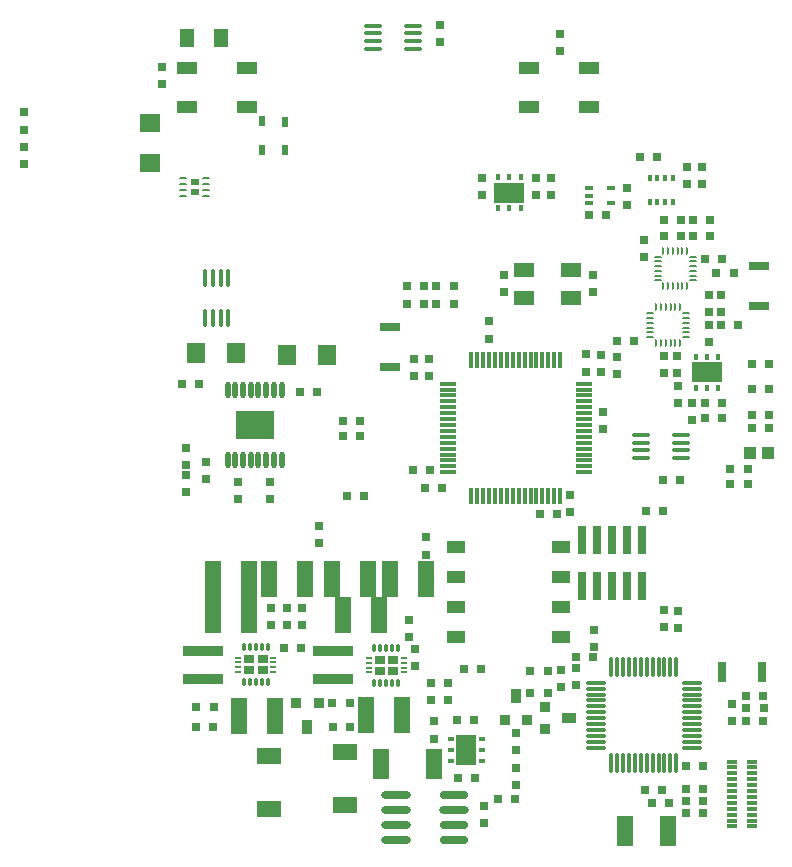
<source format=gtp>
G04*
G04 #@! TF.GenerationSoftware,Altium Limited,Altium Designer,21.0.8 (223)*
G04*
G04 Layer_Color=8421504*
%FSLAX25Y25*%
%MOIN*%
G70*
G04*
G04 #@! TF.SameCoordinates,C8F2EFAD-F301-47D2-81E3-A82B1A8C5C35*
G04*
G04*
G04 #@! TF.FilePolarity,Positive*
G04*
G01*
G75*
%ADD37R,0.03150X0.02362*%
%ADD38R,0.02370X0.00980*%
%ADD39R,0.02270X0.00980*%
%ADD40R,0.03543X0.02559*%
%ADD41R,0.03150X0.03150*%
%ADD42R,0.03150X0.02953*%
%ADD43R,0.02953X0.03150*%
%ADD44R,0.05709X0.10039*%
%ADD45R,0.07087X0.04724*%
G04:AMPARAMS|DCode=46|XSize=9.84mil|YSize=23.62mil|CornerRadius=4.92mil|HoleSize=0mil|Usage=FLASHONLY|Rotation=90.000|XOffset=0mil|YOffset=0mil|HoleType=Round|Shape=RoundedRectangle|*
%AMROUNDEDRECTD46*
21,1,0.00984,0.01378,0,0,90.0*
21,1,0.00000,0.02362,0,0,90.0*
1,1,0.00984,0.00689,0.00000*
1,1,0.00984,0.00689,0.00000*
1,1,0.00984,-0.00689,0.00000*
1,1,0.00984,-0.00689,0.00000*
%
%ADD46ROUNDEDRECTD46*%
%ADD47O,0.01181X0.06299*%
%ADD48R,0.01968X0.01772*%
G04:AMPARAMS|DCode=49|XSize=68.9mil|YSize=98.43mil|CornerRadius=3.45mil|HoleSize=0mil|Usage=FLASHONLY|Rotation=180.000|XOffset=0mil|YOffset=0mil|HoleType=Round|Shape=RoundedRectangle|*
%AMROUNDEDRECTD49*
21,1,0.06890,0.09153,0,0,180.0*
21,1,0.06201,0.09843,0,0,180.0*
1,1,0.00689,-0.03100,0.04577*
1,1,0.00689,0.03100,0.04577*
1,1,0.00689,0.03100,-0.04577*
1,1,0.00689,-0.03100,-0.04577*
%
%ADD49ROUNDEDRECTD49*%
%ADD50R,0.01772X0.01968*%
G04:AMPARAMS|DCode=51|XSize=68.9mil|YSize=98.43mil|CornerRadius=3.45mil|HoleSize=0mil|Usage=FLASHONLY|Rotation=90.000|XOffset=0mil|YOffset=0mil|HoleType=Round|Shape=RoundedRectangle|*
%AMROUNDEDRECTD51*
21,1,0.06890,0.09153,0,0,90.0*
21,1,0.06201,0.09843,0,0,90.0*
1,1,0.00689,0.04577,0.03100*
1,1,0.00689,0.04577,-0.03100*
1,1,0.00689,-0.04577,-0.03100*
1,1,0.00689,-0.04577,0.03100*
%
%ADD51ROUNDEDRECTD51*%
%ADD52O,0.01102X0.03150*%
%ADD53R,0.12953X0.09488*%
%ADD54O,0.01772X0.05512*%
%ADD55O,0.06299X0.01181*%
%ADD56R,0.02756X0.01575*%
%ADD57R,0.01378X0.01968*%
G04:AMPARAMS|DCode=58|XSize=23.62mil|YSize=9.06mil|CornerRadius=4.53mil|HoleSize=0mil|Usage=FLASHONLY|Rotation=0.000|XOffset=0mil|YOffset=0mil|HoleType=Round|Shape=RoundedRectangle|*
%AMROUNDEDRECTD58*
21,1,0.02362,0.00000,0,0,0.0*
21,1,0.01456,0.00906,0,0,0.0*
1,1,0.00906,0.00728,0.00000*
1,1,0.00906,-0.00728,0.00000*
1,1,0.00906,-0.00728,0.00000*
1,1,0.00906,0.00728,0.00000*
%
%ADD58ROUNDEDRECTD58*%
G04:AMPARAMS|DCode=59|XSize=23.62mil|YSize=9.06mil|CornerRadius=4.53mil|HoleSize=0mil|Usage=FLASHONLY|Rotation=270.000|XOffset=0mil|YOffset=0mil|HoleType=Round|Shape=RoundedRectangle|*
%AMROUNDEDRECTD59*
21,1,0.02362,0.00000,0,0,270.0*
21,1,0.01456,0.00906,0,0,270.0*
1,1,0.00906,0.00000,-0.00728*
1,1,0.00906,0.00000,0.00728*
1,1,0.00906,0.00000,0.00728*
1,1,0.00906,0.00000,-0.00728*
%
%ADD59ROUNDEDRECTD59*%
%ADD60O,0.01181X0.07087*%
%ADD61O,0.07087X0.01181*%
%ADD62R,0.08000X0.05500*%
%ADD63R,0.05906X0.04331*%
%ADD64R,0.03150X0.06693*%
%ADD65R,0.06693X0.03150*%
%ADD66R,0.06400X0.07000*%
%ADD67R,0.03600X0.03600*%
%ADD68R,0.03600X0.05000*%
%ADD69R,0.03600X0.03600*%
%ADD70R,0.05000X0.03600*%
%ADD71R,0.02992X0.09449*%
%ADD72R,0.13400X0.03800*%
%ADD73R,0.03347X0.01181*%
%ADD74R,0.03900X0.04000*%
%ADD75R,0.03150X0.03150*%
%ADD76R,0.02165X0.03347*%
%ADD77R,0.06693X0.03937*%
%ADD78R,0.06693X0.03937*%
%ADD79R,0.04724X0.05906*%
%ADD80R,0.05500X0.10236*%
%ADD81R,0.07000X0.06400*%
%ADD82R,0.05400X0.12000*%
%ADD83R,0.01350X0.05315*%
%ADD84R,0.05315X0.01350*%
%ADD85O,0.09843X0.02756*%
%ADD86O,0.09449X0.02756*%
D37*
X86961Y291865D02*
D03*
Y295015D02*
D03*
D38*
X156639Y133204D02*
D03*
Y134779D02*
D03*
Y131635D02*
D03*
Y136354D02*
D03*
X113222Y133403D02*
D03*
Y134978D02*
D03*
Y131833D02*
D03*
Y136553D02*
D03*
D39*
X145019Y136354D02*
D03*
Y131635D02*
D03*
Y134779D02*
D03*
Y133204D02*
D03*
X101602Y136553D02*
D03*
Y131833D02*
D03*
Y134978D02*
D03*
Y133403D02*
D03*
D40*
X153059Y135778D02*
D03*
X153059Y132211D02*
D03*
X148650Y132211D02*
D03*
X148650Y135778D02*
D03*
X109642Y135976D02*
D03*
X109642Y132410D02*
D03*
X105232Y132410D02*
D03*
X105232Y135976D02*
D03*
D41*
X219909Y136921D02*
D03*
X214003D02*
D03*
X198817Y132150D02*
D03*
X204723D02*
D03*
X87525Y120240D02*
D03*
X93430D02*
D03*
X167492Y260365D02*
D03*
X173397D02*
D03*
X167465Y254459D02*
D03*
X173370D02*
D03*
X276670Y119707D02*
D03*
X270765D02*
D03*
D42*
X214028Y127494D02*
D03*
Y133203D02*
D03*
X208969Y126908D02*
D03*
Y132616D02*
D03*
X266211Y115520D02*
D03*
Y121228D02*
D03*
X29985Y301047D02*
D03*
Y306756D02*
D03*
X128351Y180575D02*
D03*
Y174866D02*
D03*
X205858Y296578D02*
D03*
Y290869D02*
D03*
X165701Y122504D02*
D03*
Y128213D02*
D03*
X122830Y147514D02*
D03*
Y153222D02*
D03*
X117712D02*
D03*
Y147514D02*
D03*
X112594D02*
D03*
Y153222D02*
D03*
X84205Y200850D02*
D03*
Y206559D02*
D03*
X84214Y197504D02*
D03*
Y191795D02*
D03*
X168797Y347534D02*
D03*
Y341825D02*
D03*
X243601Y152347D02*
D03*
Y146638D02*
D03*
X248017Y152169D02*
D03*
Y146460D02*
D03*
X194244Y111386D02*
D03*
Y105677D02*
D03*
X223000Y218590D02*
D03*
Y212881D02*
D03*
X164085Y176638D02*
D03*
Y170929D02*
D03*
X171561Y122515D02*
D03*
Y128223D02*
D03*
X166656Y115323D02*
D03*
Y109614D02*
D03*
X182649Y290869D02*
D03*
Y296578D02*
D03*
X231000Y293209D02*
D03*
Y287500D02*
D03*
X160500Y133646D02*
D03*
Y139354D02*
D03*
X183456Y81388D02*
D03*
Y87097D02*
D03*
X112157Y189433D02*
D03*
Y195142D02*
D03*
X101528D02*
D03*
Y189433D02*
D03*
X185189Y248636D02*
D03*
Y242927D02*
D03*
X208811Y344597D02*
D03*
Y338888D02*
D03*
X76000Y327646D02*
D03*
Y333354D02*
D03*
X256252Y300260D02*
D03*
Y294551D02*
D03*
X251134Y300260D02*
D03*
Y294551D02*
D03*
X258308Y241784D02*
D03*
Y247493D02*
D03*
X258592Y257534D02*
D03*
Y251825D02*
D03*
X262513Y257534D02*
D03*
Y251825D02*
D03*
X247814Y237213D02*
D03*
Y231504D02*
D03*
X243484Y237213D02*
D03*
Y231504D02*
D03*
X220005Y145954D02*
D03*
Y140245D02*
D03*
X165049Y236087D02*
D03*
Y230378D02*
D03*
X212179Y185102D02*
D03*
Y190811D02*
D03*
X200799Y290911D02*
D03*
Y296619D02*
D03*
X217295Y237646D02*
D03*
Y231937D02*
D03*
X160189Y236087D02*
D03*
Y230378D02*
D03*
X222394Y237465D02*
D03*
Y231756D02*
D03*
X219638Y258509D02*
D03*
Y264218D02*
D03*
X189988Y264245D02*
D03*
Y258537D02*
D03*
X236862Y270021D02*
D03*
Y275729D02*
D03*
X227778Y231120D02*
D03*
Y236829D02*
D03*
X252841Y215740D02*
D03*
Y221449D02*
D03*
X248195Y221545D02*
D03*
Y227253D02*
D03*
X158500Y149139D02*
D03*
Y143430D02*
D03*
D43*
X270666Y115542D02*
D03*
X276375D02*
D03*
X256359Y92801D02*
D03*
X250650D02*
D03*
X236959Y92313D02*
D03*
X242668D02*
D03*
X239373Y88180D02*
D03*
X245082D02*
D03*
X174346Y115909D02*
D03*
X180054D02*
D03*
X137650Y190516D02*
D03*
X143358D02*
D03*
X182531Y132839D02*
D03*
X176823D02*
D03*
X132925Y121500D02*
D03*
X138634D02*
D03*
X138854Y113500D02*
D03*
X133146D02*
D03*
X87376Y113439D02*
D03*
X93085D02*
D03*
X122157Y225087D02*
D03*
X127866D02*
D03*
X241001Y303311D02*
D03*
X235293D02*
D03*
X249190Y282445D02*
D03*
X243482D02*
D03*
X249185Y277023D02*
D03*
X243476D02*
D03*
X262497Y247406D02*
D03*
X268206D02*
D03*
X204625Y124644D02*
D03*
X198916D02*
D03*
X188240Y89464D02*
D03*
X193949D02*
D03*
X278354Y234500D02*
D03*
X272646D02*
D03*
X278354Y213000D02*
D03*
X272646D02*
D03*
X278354Y217500D02*
D03*
X272646D02*
D03*
X278354Y226000D02*
D03*
X272646D02*
D03*
X163523Y260365D02*
D03*
X157814D02*
D03*
X163472Y254459D02*
D03*
X157763D02*
D03*
X237384Y185424D02*
D03*
X243093D02*
D03*
X227646Y242144D02*
D03*
X233354D02*
D03*
X276409Y123904D02*
D03*
X270700D02*
D03*
X88437Y227917D02*
D03*
X82728D02*
D03*
X136469Y210398D02*
D03*
X142177D02*
D03*
X180347Y96520D02*
D03*
X174639D02*
D03*
X122492Y139807D02*
D03*
X116783D02*
D03*
X136469Y215516D02*
D03*
X142177D02*
D03*
X224176Y284020D02*
D03*
X218467D02*
D03*
X262729Y269406D02*
D03*
X257020D02*
D03*
X258935Y282445D02*
D03*
X253226D02*
D03*
X258935Y277023D02*
D03*
X253226D02*
D03*
X257020Y221449D02*
D03*
X262729D02*
D03*
X257020Y216344D02*
D03*
X262729D02*
D03*
X250646Y100605D02*
D03*
X256354D02*
D03*
X250650Y84927D02*
D03*
X256359D02*
D03*
X250650Y88864D02*
D03*
X256359D02*
D03*
X271311Y194534D02*
D03*
X265602D02*
D03*
X271311Y199374D02*
D03*
X265602D02*
D03*
X163893Y193181D02*
D03*
X169601D02*
D03*
X260911Y264908D02*
D03*
X266620D02*
D03*
X242968Y195964D02*
D03*
X248676D02*
D03*
X207788Y184435D02*
D03*
X202080D02*
D03*
X165508Y199079D02*
D03*
X159799D02*
D03*
D44*
X244854Y78705D02*
D03*
X230287D02*
D03*
D45*
X212551Y256461D02*
D03*
X196803D02*
D03*
X212551Y265909D02*
D03*
X196803D02*
D03*
D46*
X83220Y296393D02*
D03*
Y294425D02*
D03*
Y292456D02*
D03*
Y290488D02*
D03*
X90701D02*
D03*
Y292456D02*
D03*
Y294425D02*
D03*
Y296393D02*
D03*
D47*
X90506Y249768D02*
D03*
X93065D02*
D03*
X95624D02*
D03*
X98184D02*
D03*
X90506Y263154D02*
D03*
X93065D02*
D03*
X95624D02*
D03*
X98184D02*
D03*
D48*
X182649Y105807D02*
D03*
X172413Y105807D02*
D03*
Y109547D02*
D03*
X182649Y102067D02*
D03*
Y109547D02*
D03*
X172413Y102067D02*
D03*
D49*
X177531Y105807D02*
D03*
D50*
X191882Y286440D02*
D03*
X191882Y296676D02*
D03*
X195622D02*
D03*
X188142Y286440D02*
D03*
X195622D02*
D03*
X188142Y296676D02*
D03*
X257694Y236758D02*
D03*
X257694Y226522D02*
D03*
X253954D02*
D03*
X261434Y236758D02*
D03*
X253954D02*
D03*
X261434Y226522D02*
D03*
D51*
X191882Y291558D02*
D03*
X257694Y231640D02*
D03*
D52*
X146917Y128187D02*
D03*
X148886D02*
D03*
X150854D02*
D03*
X152823D02*
D03*
X154791D02*
D03*
Y139802D02*
D03*
X152823D02*
D03*
X150854D02*
D03*
X148886D02*
D03*
X146917D02*
D03*
X103500Y128386D02*
D03*
X105468D02*
D03*
X107437D02*
D03*
X109406D02*
D03*
X111374D02*
D03*
Y140000D02*
D03*
X109406D02*
D03*
X107437D02*
D03*
X105468D02*
D03*
X103500D02*
D03*
D53*
X106996Y214135D02*
D03*
D54*
X98040Y202521D02*
D03*
X100599D02*
D03*
X103158D02*
D03*
X105717D02*
D03*
X108276D02*
D03*
X110835D02*
D03*
X113394D02*
D03*
X115953D02*
D03*
X98040Y225750D02*
D03*
X100599D02*
D03*
X103158D02*
D03*
X105717D02*
D03*
X108276D02*
D03*
X110835D02*
D03*
X113394D02*
D03*
X115953D02*
D03*
D55*
X159693Y339592D02*
D03*
Y342151D02*
D03*
Y344710D02*
D03*
Y347269D02*
D03*
X146307Y339592D02*
D03*
Y342151D02*
D03*
Y344710D02*
D03*
Y347269D02*
D03*
X249193Y203161D02*
D03*
Y205720D02*
D03*
Y208279D02*
D03*
Y210839D02*
D03*
X235807Y203161D02*
D03*
Y205720D02*
D03*
Y208279D02*
D03*
Y210839D02*
D03*
D56*
X225892Y288056D02*
D03*
Y293174D02*
D03*
X218411D02*
D03*
Y290615D02*
D03*
Y288056D02*
D03*
D57*
X243752Y288548D02*
D03*
X246311D02*
D03*
X238634D02*
D03*
X241193D02*
D03*
Y296619D02*
D03*
X238634D02*
D03*
X246311D02*
D03*
X243752D02*
D03*
D58*
X241290Y262367D02*
D03*
Y263942D02*
D03*
Y265517D02*
D03*
Y267091D02*
D03*
Y268666D02*
D03*
Y270241D02*
D03*
X253102D02*
D03*
Y268666D02*
D03*
Y267091D02*
D03*
Y265517D02*
D03*
Y263942D02*
D03*
Y262367D02*
D03*
X250740Y243468D02*
D03*
Y245043D02*
D03*
Y246619D02*
D03*
Y248193D02*
D03*
Y249767D02*
D03*
Y251343D02*
D03*
X238928D02*
D03*
Y249767D02*
D03*
Y248193D02*
D03*
Y246619D02*
D03*
Y245043D02*
D03*
Y243468D02*
D03*
D59*
X243260Y272210D02*
D03*
X244834D02*
D03*
X246410D02*
D03*
X247983D02*
D03*
X249558D02*
D03*
X251133D02*
D03*
Y260398D02*
D03*
X249558D02*
D03*
X247983D02*
D03*
X246410D02*
D03*
X244834D02*
D03*
X243260D02*
D03*
X240897Y241499D02*
D03*
X242472D02*
D03*
X244047D02*
D03*
X245621D02*
D03*
X247196D02*
D03*
X248771D02*
D03*
Y253311D02*
D03*
X247196D02*
D03*
X245621D02*
D03*
X244047D02*
D03*
X242472D02*
D03*
X240897D02*
D03*
D60*
X247538Y101445D02*
D03*
X245570D02*
D03*
X243601D02*
D03*
X241633D02*
D03*
X239664D02*
D03*
X237696D02*
D03*
X235727D02*
D03*
X233759D02*
D03*
X231790D02*
D03*
X229822D02*
D03*
X227853D02*
D03*
X225885D02*
D03*
Y133335D02*
D03*
X227853D02*
D03*
X229822D02*
D03*
X231790D02*
D03*
X233759D02*
D03*
X235727D02*
D03*
X237696D02*
D03*
X239664D02*
D03*
X241633D02*
D03*
X243601D02*
D03*
X245570D02*
D03*
X247538D02*
D03*
D61*
X220767Y106563D02*
D03*
Y108531D02*
D03*
Y110500D02*
D03*
Y112469D02*
D03*
Y114437D02*
D03*
Y116405D02*
D03*
Y118374D02*
D03*
Y120343D02*
D03*
Y122311D02*
D03*
Y124279D02*
D03*
Y126248D02*
D03*
Y128217D02*
D03*
X252656D02*
D03*
Y126248D02*
D03*
Y124279D02*
D03*
Y122311D02*
D03*
Y120343D02*
D03*
Y118374D02*
D03*
Y116405D02*
D03*
Y114437D02*
D03*
Y112469D02*
D03*
Y110500D02*
D03*
Y108531D02*
D03*
Y106563D02*
D03*
D62*
X111761Y103883D02*
D03*
Y86083D02*
D03*
X137000Y105235D02*
D03*
Y87435D02*
D03*
D63*
X174165Y173429D02*
D03*
X209205D02*
D03*
X174165Y163429D02*
D03*
X209205D02*
D03*
X174165Y153429D02*
D03*
X209205D02*
D03*
X174165Y143429D02*
D03*
X209205D02*
D03*
D64*
X276055Y131891D02*
D03*
X262669D02*
D03*
D65*
X152243Y233331D02*
D03*
Y246717D02*
D03*
X275000Y267091D02*
D03*
Y253705D02*
D03*
D66*
X131100Y237500D02*
D03*
X117700D02*
D03*
X87300Y238000D02*
D03*
X100700D02*
D03*
D67*
X120852Y121592D02*
D03*
X128351D02*
D03*
X197845Y115776D02*
D03*
X190345D02*
D03*
D68*
X124601Y113593D02*
D03*
X194095Y123776D02*
D03*
D69*
X203927Y112690D02*
D03*
Y120190D02*
D03*
D70*
X211927Y116440D02*
D03*
D71*
X216000Y175854D02*
D03*
X221000D02*
D03*
X226000D02*
D03*
X231000D02*
D03*
X236000D02*
D03*
Y160500D02*
D03*
X231000D02*
D03*
X226000D02*
D03*
X221000D02*
D03*
X216000D02*
D03*
D72*
X133138Y129370D02*
D03*
Y138670D02*
D03*
X89736Y129370D02*
D03*
Y138670D02*
D03*
D73*
X266094Y101959D02*
D03*
Y99991D02*
D03*
Y98022D02*
D03*
Y96054D02*
D03*
Y94085D02*
D03*
Y92117D02*
D03*
Y90148D02*
D03*
Y88180D02*
D03*
Y86211D02*
D03*
Y84243D02*
D03*
Y82274D02*
D03*
Y80306D02*
D03*
X272630D02*
D03*
Y82274D02*
D03*
Y84243D02*
D03*
Y86211D02*
D03*
Y88180D02*
D03*
Y90148D02*
D03*
Y92117D02*
D03*
Y94085D02*
D03*
Y96054D02*
D03*
Y98022D02*
D03*
Y99991D02*
D03*
Y101959D02*
D03*
D74*
X278000Y204669D02*
D03*
X272000D02*
D03*
D75*
X29985Y318519D02*
D03*
Y312613D02*
D03*
X90898Y201933D02*
D03*
Y196028D02*
D03*
X194244Y99965D02*
D03*
Y94059D02*
D03*
D76*
X117043Y315207D02*
D03*
Y305758D02*
D03*
X109587Y315305D02*
D03*
Y305856D02*
D03*
D77*
X198500Y333272D02*
D03*
X218500D02*
D03*
X84500D02*
D03*
X104500D02*
D03*
D78*
X198500Y320272D02*
D03*
X218500D02*
D03*
X84500D02*
D03*
X104500D02*
D03*
D79*
X84402Y343013D02*
D03*
X95819D02*
D03*
D80*
X166900Y101209D02*
D03*
X149100D02*
D03*
D81*
X72000Y314700D02*
D03*
Y301300D02*
D03*
D82*
X164220Y162760D02*
D03*
X152220D02*
D03*
X132755Y162760D02*
D03*
X144755D02*
D03*
X136587Y150924D02*
D03*
X148587D02*
D03*
X156000Y117500D02*
D03*
X144000D02*
D03*
X93185Y150924D02*
D03*
X105185D02*
D03*
X123761Y162760D02*
D03*
X111761D02*
D03*
X93165D02*
D03*
X105165D02*
D03*
X113886Y117292D02*
D03*
X101886D02*
D03*
D83*
X208811Y235791D02*
D03*
X206842D02*
D03*
X204874D02*
D03*
X202906D02*
D03*
X200937D02*
D03*
X198969D02*
D03*
X197000D02*
D03*
X195031D02*
D03*
X193063D02*
D03*
X191095D02*
D03*
X189126D02*
D03*
X187157D02*
D03*
X185189D02*
D03*
X183221D02*
D03*
X181252D02*
D03*
X179283D02*
D03*
Y190516D02*
D03*
X181252D02*
D03*
X183221D02*
D03*
X185189D02*
D03*
X187157D02*
D03*
X189126D02*
D03*
X191095D02*
D03*
X193063D02*
D03*
X195031D02*
D03*
X197000D02*
D03*
X198969D02*
D03*
X200937D02*
D03*
X202906D02*
D03*
X204874D02*
D03*
X206842D02*
D03*
X208811D02*
D03*
D84*
X171409Y227917D02*
D03*
Y225949D02*
D03*
Y223980D02*
D03*
Y222012D02*
D03*
Y220043D02*
D03*
Y218075D02*
D03*
Y216106D02*
D03*
Y214138D02*
D03*
Y212169D02*
D03*
Y210201D02*
D03*
Y208232D02*
D03*
Y206264D02*
D03*
Y204295D02*
D03*
Y202327D02*
D03*
Y200358D02*
D03*
Y198390D02*
D03*
X216685D02*
D03*
Y200358D02*
D03*
Y202327D02*
D03*
Y204295D02*
D03*
Y206264D02*
D03*
Y208232D02*
D03*
Y210201D02*
D03*
Y216106D02*
D03*
Y218075D02*
D03*
Y220043D02*
D03*
Y222012D02*
D03*
Y223980D02*
D03*
Y225949D02*
D03*
Y227917D02*
D03*
Y212169D02*
D03*
Y214138D02*
D03*
D85*
X154087Y85732D02*
D03*
Y90732D02*
D03*
X173378Y85732D02*
D03*
X154087Y75732D02*
D03*
Y80732D02*
D03*
D86*
X173378Y75732D02*
D03*
Y80732D02*
D03*
Y90732D02*
D03*
M02*

</source>
